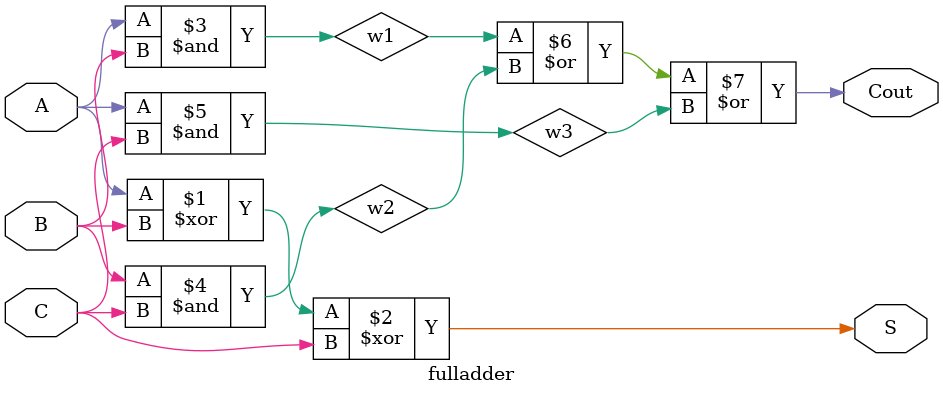
<source format=sv>
module fulladder(A,B,C,S,Cout);
  input A,B,C;
  output S,Cout;
  wire w1,w2,w3;
  xor x1(S,A,B,C);
  and a1(w1,A,B);
  and a2(w2,B,C);
  and a3(w3,A,C);
  or o1(Cout,w1,w2,w3);
endmodule

</source>
